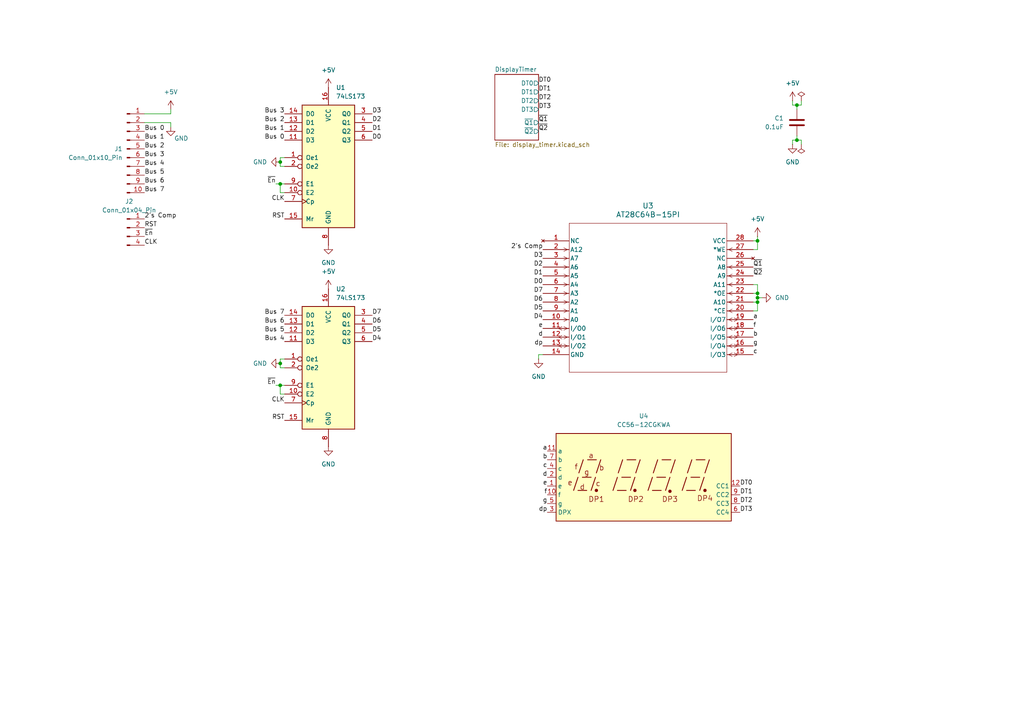
<source format=kicad_sch>
(kicad_sch (version 20231120) (generator "eeschema") (generator_version "8.0")
  (paper "A4")
  (lib_symbols
    (symbol "74xx:74LS173" (pin_names (offset 1.016))
      (property "Reference" "U" (at -7.62 19.05 0))
      (property "Value" "74LS173" (at -7.62 -19.05 0))
      (symbol "74LS173_1_0"
        (pin input inverted (at -12.7 2.54 0) (length 5.08) (name "Oe1") (number "1"))
        (pin input inverted (at -12.7 -7.62 0) (length 5.08) (name "E2") (number "10"))
        (pin input line (at -12.7 7.62 0) (length 5.08) (name "D3") (number "11"))
        (pin input line (at -12.7 10.16 0) (length 5.08) (name "D2") (number "12"))
        (pin input line (at -12.7 12.7 0) (length 5.08) (name "D1") (number "13"))
        (pin input line (at -12.7 15.24 0) (length 5.08) (name "D0") (number "14"))
        (pin input line (at -12.7 -15.24 0) (length 5.08) (name "Mr") (number "15"))
        (pin power_in line (at 0 22.86 270) (length 5.08) (name "VCC") (number "16"))
        (pin input inverted (at -12.7 0 0) (length 5.08) (name "Oe2") (number "2"))
        (pin tri_state line (at 12.7 15.24 180) (length 5.08) (name "Q0") (number "3"))
        (pin tri_state line (at 12.7 12.7 180) (length 5.08) (name "Q1") (number "4"))
        (pin tri_state line (at 12.7 10.16 180) (length 5.08) (name "Q2") (number "5"))
        (pin tri_state line (at 12.7 7.62 180) (length 5.08) (name "Q3") (number "6"))
        (pin input clock (at -12.7 -10.16 0) (length 5.08) (name "Cp") (number "7"))
        (pin power_in line (at 0 -22.86 90) (length 5.08) (name "GND") (number "8"))
        (pin input inverted (at -12.7 -5.08 0) (length 5.08) (name "E1") (number "9"))
      )
      (symbol "74LS173_1_1"
        (rectangle (start -7.62 17.78) (end 7.62 -17.78) (stroke (width 0.254)) (fill (type background)))
      )
    )
    (symbol "Connector:Conn_01x04_Pin" (pin_names (offset 1.016) hide)
      (property "Reference" "J" (at 0 5.08 0))
      (property "Value" "Conn_01x04_Pin" (at 0 -7.62 0))
      (symbol "Conn_01x04_Pin_1_1"
        (polyline (pts (xy 1.27 -5.08) (xy 0.8636 -5.08)) (stroke (width 0.1524)))
        (polyline (pts (xy 1.27 -2.54) (xy 0.8636 -2.54)) (stroke (width 0.1524)))
        (polyline (pts (xy 1.27 0) (xy 0.8636 0)) (stroke (width 0.1524)))
        (polyline (pts (xy 1.27 2.54) (xy 0.8636 2.54)) (stroke (width 0.1524)))
        (rectangle (start 0.8636 -4.953) (end 0 -5.207) (stroke (width 0.1524)) (fill (type outline)))
        (rectangle (start 0.8636 -2.413) (end 0 -2.667) (stroke (width 0.1524)) (fill (type outline)))
        (rectangle (start 0.8636 0.127) (end 0 -0.127) (stroke (width 0.1524)) (fill (type outline)))
        (rectangle (start 0.8636 2.667) (end 0 2.413) (stroke (width 0.1524)) (fill (type outline)))
        (pin passive line (at 5.08 2.54 180) (length 3.81) (name "Pin_1") (number "1"))
        (pin passive line (at 5.08 0 180) (length 3.81) (name "Pin_2") (number "2"))
        (pin passive line (at 5.08 -2.54 180) (length 3.81) (name "Pin_3") (number "3"))
        (pin passive line (at 5.08 -5.08 180) (length 3.81) (name "Pin_4") (number "4"))
      )
    )
    (symbol "Connector:Conn_01x10_Pin" (pin_names (offset 1.016) hide)
      (property "Reference" "J" (at 0 12.7 0))
      (property "Value" "Conn_01x10_Pin" (at 0 -15.24 0))
      (symbol "Conn_01x10_Pin_1_1"
        (polyline (pts (xy 1.27 -12.7) (xy 0.8636 -12.7)) (stroke (width 0.1524)))
        (polyline (pts (xy 1.27 -10.16) (xy 0.8636 -10.16)) (stroke (width 0.1524)))
        (polyline (pts (xy 1.27 -7.62) (xy 0.8636 -7.62)) (stroke (width 0.1524)))
        (polyline (pts (xy 1.27 -5.08) (xy 0.8636 -5.08)) (stroke (width 0.1524)))
        (polyline (pts (xy 1.27 -2.54) (xy 0.8636 -2.54)) (stroke (width 0.1524)))
        (polyline (pts (xy 1.27 0) (xy 0.8636 0)) (stroke (width 0.1524)))
        (polyline (pts (xy 1.27 2.54) (xy 0.8636 2.54)) (stroke (width 0.1524)))
        (polyline (pts (xy 1.27 5.08) (xy 0.8636 5.08)) (stroke (width 0.1524)))
        (polyline (pts (xy 1.27 7.62) (xy 0.8636 7.62)) (stroke (width 0.1524)))
        (polyline (pts (xy 1.27 10.16) (xy 0.8636 10.16)) (stroke (width 0.1524)))
        (rectangle (start 0.8636 -12.573) (end 0 -12.827) (stroke (width 0.1524)) (fill (type outline)))
        (rectangle (start 0.8636 -10.033) (end 0 -10.287) (stroke (width 0.1524)) (fill (type outline)))
        (rectangle (start 0.8636 -7.493) (end 0 -7.747) (stroke (width 0.1524)) (fill (type outline)))
        (rectangle (start 0.8636 -4.953) (end 0 -5.207) (stroke (width 0.1524)) (fill (type outline)))
        (rectangle (start 0.8636 -2.413) (end 0 -2.667) (stroke (width 0.1524)) (fill (type outline)))
        (rectangle (start 0.8636 0.127) (end 0 -0.127) (stroke (width 0.1524)) (fill (type outline)))
        (rectangle (start 0.8636 2.667) (end 0 2.413) (stroke (width 0.1524)) (fill (type outline)))
        (rectangle (start 0.8636 5.207) (end 0 4.953) (stroke (width 0.1524)) (fill (type outline)))
        (rectangle (start 0.8636 7.747) (end 0 7.493) (stroke (width 0.1524)) (fill (type outline)))
        (rectangle (start 0.8636 10.287) (end 0 10.033) (stroke (width 0.1524)) (fill (type outline)))
        (pin passive line (at 5.08 10.16 180) (length 3.81) (name "Pin_1") (number "1"))
        (pin passive line (at 5.08 -12.7 180) (length 3.81) (name "Pin_10") (number "10"))
        (pin passive line (at 5.08 7.62 180) (length 3.81) (name "Pin_2") (number "2"))
        (pin passive line (at 5.08 5.08 180) (length 3.81) (name "Pin_3") (number "3"))
        (pin passive line (at 5.08 2.54 180) (length 3.81) (name "Pin_4") (number "4"))
        (pin passive line (at 5.08 0 180) (length 3.81) (name "Pin_5") (number "5"))
        (pin passive line (at 5.08 -2.54 180) (length 3.81) (name "Pin_6") (number "6"))
        (pin passive line (at 5.08 -5.08 180) (length 3.81) (name "Pin_7") (number "7"))
        (pin passive line (at 5.08 -7.62 180) (length 3.81) (name "Pin_8") (number "8"))
        (pin passive line (at 5.08 -10.16 180) (length 3.81) (name "Pin_9") (number "9"))
      )
    )
    (symbol "Device:C" (pin_numbers hide) (pin_names (offset 0.254))
      (property "Reference" "C" (at 0.635 2.54 0))
      (property "Value" "C" (at 0.635 -2.54 0))
      (symbol "C_0_1"
        (polyline (pts (xy -2.032 -0.762) (xy 2.032 -0.762)) (stroke (width 0.508)))
        (polyline (pts (xy -2.032 0.762) (xy 2.032 0.762)) (stroke (width 0.508)))
      )
      (symbol "C_1_1"
        (pin passive line (at 0 3.81 270) (length 2.794) (name "~") (number "1"))
        (pin passive line (at 0 -3.81 90) (length 2.794) (name "~") (number "2"))
      )
    )
    (symbol "Display_Character:CC56-12CGKWA"
      (property "Reference" "U" (at -24.13 13.97 0))
      (property "Value" "CC56-12CGKWA" (at 17.78 13.97 0))
      (symbol "CC56-12CGKWA_0_0"
        (rectangle (start -25.4 12.7) (end 25.4 -12.7) (stroke (width 0.254)) (fill (type background)))
        (polyline (pts (xy -20.32 -3.81) (xy -19.05 0)) (stroke (width 0.254)))
        (polyline (pts (xy -19.05 -3.81) (xy -16.51 -3.81)) (stroke (width 0.254)))
        (polyline (pts (xy -18.796 1.27) (xy -17.526 5.08)) (stroke (width 0.254)))
        (polyline (pts (xy -17.78 0) (xy -15.24 0)) (stroke (width 0.254)))
        (polyline (pts (xy -16.256 5.08) (xy -13.716 5.08)) (stroke (width 0.254)))
        (polyline (pts (xy -15.24 -3.81) (xy -13.97 0)) (stroke (width 0.254)))
        (polyline (pts (xy -13.716 1.27) (xy -12.446 5.08)) (stroke (width 0.254)))
        (polyline (pts (xy -8.89 -3.81) (xy -7.62 0)) (stroke (width 0.254)))
        (polyline (pts (xy -7.62 -3.81) (xy -5.08 -3.81)) (stroke (width 0.254)))
        (polyline (pts (xy -7.366 1.27) (xy -6.096 5.08)) (stroke (width 0.254)))
        (polyline (pts (xy -6.35 0) (xy -3.81 0)) (stroke (width 0.254)))
        (polyline (pts (xy -4.826 5.08) (xy -2.286 5.08)) (stroke (width 0.254)))
        (polyline (pts (xy -3.81 -3.81) (xy -2.54 0)) (stroke (width 0.254)))
        (polyline (pts (xy -2.286 1.27) (xy -1.016 5.08)) (stroke (width 0.254)))
        (polyline (pts (xy 1.27 -3.81) (xy 2.54 0)) (stroke (width 0.254)))
        (polyline (pts (xy 2.54 -3.81) (xy 5.08 -3.81)) (stroke (width 0.254)))
        (polyline (pts (xy 2.794 1.27) (xy 4.064 5.08)) (stroke (width 0.254)))
        (polyline (pts (xy 3.81 0) (xy 6.35 0)) (stroke (width 0.254)))
        (polyline (pts (xy 5.334 5.08) (xy 7.874 5.08)) (stroke (width 0.254)))
        (polyline (pts (xy 6.35 -3.81) (xy 7.62 0)) (stroke (width 0.254)))
        (polyline (pts (xy 7.874 1.27) (xy 9.144 5.08)) (stroke (width 0.254)))
        (polyline (pts (xy 11.176 -3.81) (xy 12.446 0)) (stroke (width 0.254)))
        (polyline (pts (xy 12.446 -3.81) (xy 14.986 -3.81)) (stroke (width 0.254)))
        (polyline (pts (xy 12.7 1.27) (xy 13.97 5.08)) (stroke (width 0.254)))
        (polyline (pts (xy 13.716 0) (xy 16.256 0)) (stroke (width 0.254)))
        (polyline (pts (xy 15.24 5.08) (xy 17.78 5.08)) (stroke (width 0.254)))
        (polyline (pts (xy 16.256 -3.81) (xy 17.526 0)) (stroke (width 0.254)))
        (polyline (pts (xy 17.78 1.27) (xy 19.05 5.08)) (stroke (width 0.254)))
        (text "a" (at -15.24 6.35 0) (effects (font (size 1.524 1.524))))
        (text "b" (at -12.192 2.794 0) (effects (font (size 1.524 1.524))))
        (text "c" (at -13.208 -1.778 0) (effects (font (size 1.524 1.524))))
        (text "d" (at -17.78 -2.794 0) (effects (font (size 1.524 1.524))))
        (text "DP1" (at -13.716 -6.35 0) (effects (font (size 1.524 1.524))))
        (text "DP2" (at -2.286 -6.35 0) (effects (font (size 1.524 1.524))))
        (text "DP3" (at 7.62 -6.35 0) (effects (font (size 1.524 1.524))))
        (text "DP4" (at 17.78 -6.096 0) (effects (font (size 1.524 1.524))))
        (text "e" (at -21.336 -1.524 0) (effects (font (size 1.524 1.524))))
        (text "f" (at -19.558 3.048 0) (effects (font (size 1.524 1.524))))
        (text "g" (at -16.51 1.524 0) (effects (font (size 1.524 1.524))))
      )
      (symbol "CC56-12CGKWA_0_1"
        (circle (center -13.716 -3.81) (radius 0.3556) (stroke (width 0.254)) (fill (type outline)))
        (circle (center -2.54 -3.81) (radius 0.3556) (stroke (width 0.254)) (fill (type outline)))
      )
      (symbol "CC56-12CGKWA_1_0"
        (circle (center 7.62 -4.064) (radius 0.3556) (stroke (width 0.254)) (fill (type outline)))
        (circle (center 17.78 -3.81) (radius 0.3556) (stroke (width 0.254)) (fill (type outline)))
      )
      (symbol "CC56-12CGKWA_1_1"
        (pin input line (at -27.94 -2.54 0) (length 2.54) (name "e") (number "1"))
        (pin input line (at -27.94 -5.08 0) (length 2.54) (name "f") (number "10"))
        (pin input line (at -27.94 7.62 0) (length 2.54) (name "a") (number "11"))
        (pin input line (at 27.94 -2.54 180) (length 2.54) (name "CC1") (number "12"))
        (pin input line (at -27.94 0 0) (length 2.54) (name "d") (number "2"))
        (pin input line (at -27.94 -10.16 0) (length 2.54) (name "DPX") (number "3"))
        (pin input line (at -27.94 2.54 0) (length 2.54) (name "c") (number "4"))
        (pin input line (at -27.94 -7.62 0) (length 2.54) (name "g") (number "5"))
        (pin input line (at 27.94 -10.16 180) (length 2.54) (name "CC4") (number "6"))
        (pin input line (at -27.94 5.08 0) (length 2.54) (name "b") (number "7"))
        (pin input line (at 27.94 -7.62 180) (length 2.54) (name "CC3") (number "8"))
        (pin input line (at 27.94 -5.08 180) (length 2.54) (name "CC2") (number "9"))
      )
    )
    (symbol "eeprom:AT28C64B-15PI" (pin_names (offset 0.254))
      (property "Reference" "U" (at 30.48 10.16 0))
      (property "Value" "AT28C64B-15PI" (at 30.48 7.62 0))
      (symbol "AT28C64B-15PI_0_1"
        (polyline (pts (xy 5.5372 -31.0007) (xy 4.4958 -30.48)) (stroke (width 0.127)))
        (polyline (pts (xy 5.5372 -29.9593) (xy 4.4958 -30.48)) (stroke (width 0.127)))
        (polyline (pts (xy 5.5372 -28.4607) (xy 4.4958 -27.94)) (stroke (width 0.127)))
        (polyline (pts (xy 5.5372 -27.4193) (xy 4.4958 -27.94)) (stroke (width 0.127)))
        (polyline (pts (xy 5.5372 -25.9207) (xy 4.4958 -25.4)) (stroke (width 0.127)))
        (polyline (pts (xy 5.5372 -24.8793) (xy 4.4958 -25.4)) (stroke (width 0.127)))
        (polyline (pts (xy 7.0993 -30.48) (xy 6.0579 -31.0007)) (stroke (width 0.127)))
        (polyline (pts (xy 7.0993 -30.48) (xy 6.0579 -29.9593)) (stroke (width 0.127)))
        (polyline (pts (xy 7.0993 -27.94) (xy 6.0579 -28.4607)) (stroke (width 0.127)))
        (polyline (pts (xy 7.0993 -27.94) (xy 6.0579 -27.4193)) (stroke (width 0.127)))
        (polyline (pts (xy 7.0993 -25.4) (xy 6.0579 -25.9207)) (stroke (width 0.127)))
        (polyline (pts (xy 7.0993 -25.4) (xy 6.0579 -24.8793)) (stroke (width 0.127)))
        (polyline (pts (xy 7.0993 -22.86) (xy 6.0579 -23.3807)) (stroke (width 0.127)))
        (polyline (pts (xy 7.0993 -22.86) (xy 6.0579 -22.3393)) (stroke (width 0.127)))
        (polyline (pts (xy 7.0993 -20.32) (xy 6.0579 -20.8407)) (stroke (width 0.127)))
        (polyline (pts (xy 7.0993 -20.32) (xy 6.0579 -19.7993)) (stroke (width 0.127)))
        (polyline (pts (xy 7.0993 -17.78) (xy 6.0579 -18.3007)) (stroke (width 0.127)))
        (polyline (pts (xy 7.0993 -17.78) (xy 6.0579 -17.2593)) (stroke (width 0.127)))
        (polyline (pts (xy 7.0993 -15.24) (xy 6.0579 -15.7607)) (stroke (width 0.127)))
        (polyline (pts (xy 7.0993 -15.24) (xy 6.0579 -14.7193)) (stroke (width 0.127)))
        (polyline (pts (xy 7.0993 -12.7) (xy 6.0579 -13.2207)) (stroke (width 0.127)))
        (polyline (pts (xy 7.0993 -12.7) (xy 6.0579 -12.1793)) (stroke (width 0.127)))
        (polyline (pts (xy 7.0993 -10.16) (xy 6.0579 -10.6807)) (stroke (width 0.127)))
        (polyline (pts (xy 7.0993 -10.16) (xy 6.0579 -9.6393)) (stroke (width 0.127)))
        (polyline (pts (xy 7.0993 -7.62) (xy 6.0579 -8.1407)) (stroke (width 0.127)))
        (polyline (pts (xy 7.0993 -7.62) (xy 6.0579 -7.0993)) (stroke (width 0.127)))
        (polyline (pts (xy 7.0993 -5.08) (xy 6.0579 -5.6007)) (stroke (width 0.127)))
        (polyline (pts (xy 7.0993 -5.08) (xy 6.0579 -4.5593)) (stroke (width 0.127)))
        (polyline (pts (xy 7.0993 -2.54) (xy 6.0579 -3.0607)) (stroke (width 0.127)))
        (polyline (pts (xy 7.0993 -2.54) (xy 6.0579 -2.0193)) (stroke (width 0.127)))
        (polyline (pts (xy 7.62 -38.1) (xy 53.34 -38.1)) (stroke (width 0.127)))
        (polyline (pts (xy 7.62 5.08) (xy 7.62 -38.1)) (stroke (width 0.127)))
        (polyline (pts (xy 53.34 -38.1) (xy 53.34 5.08)) (stroke (width 0.127)))
        (polyline (pts (xy 53.34 5.08) (xy 7.62 5.08)) (stroke (width 0.127)))
        (polyline (pts (xy 53.8607 -33.02) (xy 54.9021 -33.5407)) (stroke (width 0.127)))
        (polyline (pts (xy 53.8607 -33.02) (xy 54.9021 -32.4993)) (stroke (width 0.127)))
        (polyline (pts (xy 53.8607 -30.48) (xy 54.9021 -31.0007)) (stroke (width 0.127)))
        (polyline (pts (xy 53.8607 -30.48) (xy 54.9021 -29.9593)) (stroke (width 0.127)))
        (polyline (pts (xy 53.8607 -27.94) (xy 54.9021 -28.4607)) (stroke (width 0.127)))
        (polyline (pts (xy 53.8607 -27.94) (xy 54.9021 -27.4193)) (stroke (width 0.127)))
        (polyline (pts (xy 53.8607 -25.4) (xy 54.9021 -25.9207)) (stroke (width 0.127)))
        (polyline (pts (xy 53.8607 -25.4) (xy 54.9021 -24.8793)) (stroke (width 0.127)))
        (polyline (pts (xy 53.8607 -22.86) (xy 54.9021 -23.3807)) (stroke (width 0.127)))
        (polyline (pts (xy 53.8607 -22.86) (xy 54.9021 -22.3393)) (stroke (width 0.127)))
        (polyline (pts (xy 53.8607 -20.32) (xy 54.9021 -20.8407)) (stroke (width 0.127)))
        (polyline (pts (xy 53.8607 -20.32) (xy 54.9021 -19.7993)) (stroke (width 0.127)))
        (polyline (pts (xy 53.8607 -17.78) (xy 54.9021 -18.3007)) (stroke (width 0.127)))
        (polyline (pts (xy 53.8607 -17.78) (xy 54.9021 -17.2593)) (stroke (width 0.127)))
        (polyline (pts (xy 53.8607 -15.24) (xy 54.9021 -15.7607)) (stroke (width 0.127)))
        (polyline (pts (xy 53.8607 -15.24) (xy 54.9021 -14.7193)) (stroke (width 0.127)))
        (polyline (pts (xy 53.8607 -12.7) (xy 54.9021 -13.2207)) (stroke (width 0.127)))
        (polyline (pts (xy 53.8607 -12.7) (xy 54.9021 -12.1793)) (stroke (width 0.127)))
        (polyline (pts (xy 53.8607 -10.16) (xy 54.9021 -10.6807)) (stroke (width 0.127)))
        (polyline (pts (xy 53.8607 -10.16) (xy 54.9021 -9.6393)) (stroke (width 0.127)))
        (polyline (pts (xy 53.8607 -7.62) (xy 54.9021 -8.1407)) (stroke (width 0.127)))
        (polyline (pts (xy 53.8607 -7.62) (xy 54.9021 -7.0993)) (stroke (width 0.127)))
        (polyline (pts (xy 53.8607 -2.54) (xy 54.9021 -3.0607)) (stroke (width 0.127)))
        (polyline (pts (xy 53.8607 -2.54) (xy 54.9021 -2.0193)) (stroke (width 0.127)))
        (polyline (pts (xy 55.4228 -33.5407) (xy 56.4642 -33.02)) (stroke (width 0.127)))
        (polyline (pts (xy 55.4228 -32.4993) (xy 56.4642 -33.02)) (stroke (width 0.127)))
        (polyline (pts (xy 55.4228 -31.0007) (xy 56.4642 -30.48)) (stroke (width 0.127)))
        (polyline (pts (xy 55.4228 -29.9593) (xy 56.4642 -30.48)) (stroke (width 0.127)))
        (polyline (pts (xy 55.4228 -28.4607) (xy 56.4642 -27.94)) (stroke (width 0.127)))
        (polyline (pts (xy 55.4228 -27.4193) (xy 56.4642 -27.94)) (stroke (width 0.127)))
        (polyline (pts (xy 55.4228 -25.9207) (xy 56.4642 -25.4)) (stroke (width 0.127)))
        (polyline (pts (xy 55.4228 -24.8793) (xy 56.4642 -25.4)) (stroke (width 0.127)))
        (polyline (pts (xy 55.4228 -23.3807) (xy 56.4642 -22.86)) (stroke (width 0.127)))
        (polyline (pts (xy 55.4228 -22.3393) (xy 56.4642 -22.86)) (stroke (width 0.127)))
        (pin no_connect line (at 0 0 0) (length 7.62) (name "NC") (number "1"))
        (pin input line (at 0 -22.86 0) (length 7.62) (name "A0") (number "10"))
        (pin bidirectional line (at 0 -25.4 0) (length 7.62) (name "I/O0") (number "11"))
        (pin bidirectional line (at 0 -27.94 0) (length 7.62) (name "I/O1") (number "12"))
        (pin bidirectional line (at 0 -30.48 0) (length 7.62) (name "I/O2") (number "13"))
        (pin power_in line (at 0 -33.02 0) (length 7.62) (name "GND") (number "14"))
        (pin bidirectional line (at 60.96 -33.02 180) (length 7.62) (name "I/O3") (number "15"))
        (pin bidirectional line (at 60.96 -30.48 180) (length 7.62) (name "I/O4") (number "16"))
        (pin bidirectional line (at 60.96 -27.94 180) (length 7.62) (name "I/O5") (number "17"))
        (pin bidirectional line (at 60.96 -25.4 180) (length 7.62) (name "I/O6") (number "18"))
        (pin bidirectional line (at 60.96 -22.86 180) (length 7.62) (name "I/O7") (number "19"))
        (pin input line (at 0 -2.54 0) (length 7.62) (name "A12") (number "2"))
        (pin input line (at 60.96 -20.32 180) (length 7.62) (name "*CE") (number "20"))
        (pin input line (at 60.96 -17.78 180) (length 7.62) (name "A10") (number "21"))
        (pin input line (at 60.96 -15.24 180) (length 7.62) (name "*OE") (number "22"))
        (pin input line (at 60.96 -12.7 180) (length 7.62) (name "A11") (number "23"))
        (pin input line (at 60.96 -10.16 180) (length 7.62) (name "A9") (number "24"))
        (pin input line (at 60.96 -7.62 180) (length 7.62) (name "A8") (number "25"))
        (pin no_connect line (at 60.96 -5.08 180) (length 7.62) (name "NC") (number "26"))
        (pin input line (at 60.96 -2.54 180) (length 7.62) (name "*WE") (number "27"))
        (pin power_in line (at 60.96 0 180) (length 7.62) (name "VCC") (number "28"))
        (pin input line (at 0 -5.08 0) (length 7.62) (name "A7") (number "3"))
        (pin input line (at 0 -7.62 0) (length 7.62) (name "A6") (number "4"))
        (pin input line (at 0 -10.16 0) (length 7.62) (name "A5") (number "5"))
        (pin input line (at 0 -12.7 0) (length 7.62) (name "A4") (number "6"))
        (pin input line (at 0 -15.24 0) (length 7.62) (name "A3") (number "7"))
        (pin input line (at 0 -17.78 0) (length 7.62) (name "A2") (number "8"))
        (pin input line (at 0 -20.32 0) (length 7.62) (name "A1") (number "9"))
      )
    )
    (symbol "power:+5V" (power) (pin_numbers hide) (pin_names (offset 0) hide)
      (property "Value" "+5V" (at 0 3.556 0))
      (symbol "+5V_0_1"
        (polyline (pts (xy -0.762 1.27) (xy 0 2.54)))
        (polyline (pts (xy 0 0) (xy 0 2.54)))
        (polyline (pts (xy 0 2.54) (xy 0.762 1.27)))
      )
      (symbol "+5V_1_1"
        (pin power_in line (at 0 0 90) (length 0) (name "~") (number "1"))
      )
    )
    (symbol "power:GND" (power) (pin_numbers hide) (pin_names (offset 0) hide)
      (property "Value" "GND" (at 0 -3.81 0))
      (symbol "GND_0_1"
        (polyline (pts (xy 0 0) (xy 0 -1.27) (xy 1.27 -1.27) (xy 0 -2.54) (xy -1.27 -1.27) (xy 0 -1.27)))
      )
      (symbol "GND_1_1"
        (pin power_in line (at 0 0 270) (length 0) (name "~") (number "1"))
      )
    )
    (symbol "power:PWR_FLAG" (power) (pin_numbers hide) (pin_names (offset 0) hide)
      (property "Value" "PWR_FLAG" (at 0 3.81 0))
      (symbol "PWR_FLAG_0_0"
        (pin power_out line (at 0 0 90) (length 0) (name "~") (number "1"))
      )
      (symbol "PWR_FLAG_0_1"
        (polyline (pts (xy 0 0) (xy 0 1.27) (xy -1.016 1.905) (xy 0 2.54) (xy 1.016 1.905) (xy 0 1.27)))
      )
    )
  )
  (junction (at 219.71 86.36))
  (junction (at 81.28 46.99))
  (junction (at 231.14 30.48))
  (junction (at 81.28 111.76))
  (junction (at 219.71 85.09))
  (junction (at 81.28 53.34))
  (junction (at 81.28 105.41))
  (junction (at 231.14 40.64))
  (junction (at 219.71 87.63))
  (junction (at 219.71 69.85))
  (wire (pts (xy 156.21 102.87) (xy 156.21 104.14)))
  (wire (pts (xy 218.44 90.17) (xy 219.71 90.17)))
  (wire (pts (xy 81.28 48.26) (xy 81.28 46.99)))
  (wire (pts (xy 82.55 48.26) (xy 81.28 48.26)))
  (wire (pts (xy 82.55 104.14) (xy 81.28 104.14)))
  (wire (pts (xy 219.71 85.09) (xy 219.71 86.36)))
  (wire (pts (xy 231.14 40.64) (xy 232.41 40.64)))
  (wire (pts (xy 41.91 33.02) (xy 49.53 33.02)))
  (wire (pts (xy 231.14 40.64) (xy 229.87 40.64)))
  (wire (pts (xy 82.55 55.88) (xy 81.28 55.88)))
  (wire (pts (xy 82.55 106.68) (xy 81.28 106.68)))
  (wire (pts (xy 81.28 111.76) (xy 82.55 111.76)))
  (wire (pts (xy 82.55 45.72) (xy 81.28 45.72)))
  (wire (pts (xy 81.28 111.76) (xy 81.28 114.3)))
  (wire (pts (xy 219.71 69.85) (xy 219.71 72.39)))
  (wire (pts (xy 49.53 33.02) (xy 49.53 31.75)))
  (wire (pts (xy 218.44 85.09) (xy 219.71 85.09)))
  (wire (pts (xy 232.41 29.21) (xy 232.41 30.48)))
  (wire (pts (xy 219.71 72.39) (xy 218.44 72.39)))
  (wire (pts (xy 49.53 36.83) (xy 49.53 35.56)))
  (wire (pts (xy 229.87 29.21) (xy 229.87 30.48)))
  (wire (pts (xy 219.71 82.55) (xy 219.71 85.09)))
  (wire (pts (xy 220.98 86.36) (xy 219.71 86.36)))
  (wire (pts (xy 81.28 53.34) (xy 81.28 55.88)))
  (wire (pts (xy 81.28 104.14) (xy 81.28 105.41)))
  (wire (pts (xy 232.41 40.64) (xy 232.41 41.91)))
  (wire (pts (xy 231.14 39.37) (xy 231.14 40.64)))
  (wire (pts (xy 81.28 106.68) (xy 81.28 105.41)))
  (wire (pts (xy 219.71 90.17) (xy 219.71 87.63)))
  (wire (pts (xy 219.71 87.63) (xy 219.71 86.36)))
  (wire (pts (xy 81.28 45.72) (xy 81.28 46.99)))
  (wire (pts (xy 218.44 87.63) (xy 219.71 87.63)))
  (wire (pts (xy 218.44 69.85) (xy 219.71 69.85)))
  (wire (pts (xy 219.71 68.58) (xy 219.71 69.85)))
  (wire (pts (xy 229.87 41.91) (xy 229.87 40.64)))
  (wire (pts (xy 229.87 30.48) (xy 231.14 30.48)))
  (wire (pts (xy 231.14 31.75) (xy 231.14 30.48)))
  (wire (pts (xy 80.01 53.34) (xy 81.28 53.34)))
  (wire (pts (xy 231.14 30.48) (xy 232.41 30.48)))
  (wire (pts (xy 81.28 53.34) (xy 82.55 53.34)))
  (wire (pts (xy 49.53 35.56) (xy 41.91 35.56)))
  (wire (pts (xy 218.44 82.55) (xy 219.71 82.55)))
  (wire (pts (xy 82.55 114.3) (xy 81.28 114.3)))
  (wire (pts (xy 157.48 102.87) (xy 156.21 102.87)))
  (wire (pts (xy 80.01 111.76) (xy 81.28 111.76)))
  (label "Bus 6" (at 41.91 53.34 0))
  (label "D1" (at 107.95 38.1 0))
  (label "D5" (at 157.48 90.17 180))
  (label "dp" (at 157.48 100.33 180))
  (label "~{Q1}" (at 156.21 35.56 0))
  (label "e" (at 157.48 95.25 180))
  (label "~{Q1}" (at 218.44 77.47 0))
  (label "D6" (at 107.95 93.98 0))
  (label "DT1" (at 214.63 143.51 0))
  (label "CLK" (at 41.91 71.12 0))
  (label "~{Q2}" (at 218.44 80.01 0))
  (label "d" (at 158.75 138.43 180))
  (label "D4" (at 107.95 99.06 0))
  (label "d" (at 157.48 97.79 180))
  (label "D3" (at 107.95 33.02 0))
  (label "f" (at 218.44 95.25 0))
  (label "~{En}" (at 80.01 111.76 180))
  (label "D2" (at 157.48 77.47 180))
  (label "~{En}" (at 80.01 53.34 180))
  (label "DT1" (at 156.21 26.67 0))
  (label "dp" (at 158.75 148.59 180))
  (label "Bus 5" (at 82.55 96.52 180))
  (label "RST" (at 82.55 63.5 180))
  (label "RST" (at 41.91 66.04 0))
  (label "D2" (at 107.95 35.56 0))
  (label "D4" (at 157.48 92.71 180))
  (label "a" (at 158.75 130.81 180))
  (label "DT2" (at 156.21 29.21 0))
  (label "c" (at 218.44 102.87 0))
  (label "b" (at 218.44 97.79 0))
  (label "D6" (at 157.48 87.63 180))
  (label "DT3" (at 214.63 148.59 0))
  (label "DT0" (at 156.21 24.13 0))
  (label "f" (at 158.75 143.51 180))
  (label "2's Comp" (at 41.91 63.5 0))
  (label "Bus 5" (at 41.91 50.8 0))
  (label "Bus 3" (at 41.91 45.72 0))
  (label "Bus 0" (at 41.91 38.1 0))
  (label "Bus 7" (at 82.55 91.44 180))
  (label "CLK" (at 82.55 116.84 180))
  (label "~{En}" (at 41.91 68.58 0))
  (label "D1" (at 157.48 80.01 180))
  (label "D7" (at 107.95 91.44 0))
  (label "D3" (at 157.48 74.93 180))
  (label "CLK" (at 82.55 58.42 180))
  (label "Bus 4" (at 41.91 48.26 0))
  (label "Bus 2" (at 82.55 35.56 180))
  (label "b" (at 158.75 133.35 180))
  (label "Bus 3" (at 82.55 33.02 180))
  (label "2's Comp" (at 157.48 72.39 180))
  (label "DT3" (at 156.21 31.75 0))
  (label "Bus 1" (at 82.55 38.1 180))
  (label "Bus 6" (at 82.55 93.98 180))
  (label "c" (at 158.75 135.89 180))
  (label "D5" (at 107.95 96.52 0))
  (label "g" (at 158.75 146.05 180))
  (label "Bus 1" (at 41.91 40.64 0))
  (label "Bus 2" (at 41.91 43.18 0))
  (label "~{Q2}" (at 156.21 38.1 0))
  (label "D0" (at 157.48 82.55 180))
  (label "DT0" (at 214.63 140.97 0))
  (label "D7" (at 157.48 85.09 180))
  (label "a" (at 218.44 92.71 0))
  (label "e" (at 158.75 140.97 180))
  (label "Bus 7" (at 41.91 55.88 0))
  (label "Bus 4" (at 82.55 99.06 180))
  (label "RST" (at 82.55 121.92 180))
  (label "g" (at 218.44 100.33 0))
  (label "D0" (at 107.95 40.64 0))
  (label "Bus 0" (at 82.55 40.64 180))
  (label "DT2" (at 214.63 146.05 0))
  (symbol (lib_id "power:PWR_FLAG") (at 232.41 41.91 180) (unit 1)
    (property "Reference" "#FLG02" (effects (hide yes)))
    (property "Value" "PWR_FLAG" (effects (hide yes)))
    (property "Description" "Special symbol for telling ERC where power comes from" (effects (hide yes)))
  )
  (symbol (lib_id "power:+5V") (at 95.25 83.82 0) (unit 1)
    (property "Reference" "#PWR07" (effects (hide yes)))
    (property "Value" "+5V" (at 95.25 78.74 0))
    (property "Description" "Power symbol creates a global label with name \"+5V\"" (effects (hide yes)))
  )
  (symbol (lib_id "74xx:74LS173") (at 95.25 106.68 0) (unit 1)
    (property "Reference" "U2" (at 97.4441 83.82 0) (effects (justify left)))
    (property "Value" "74LS173" (at 97.4441 86.36 0) (effects (justify left)))
    (property "Footprint" "Package_DIP:DIP-16_W7.62mm" (effects (hide yes)))
    (property "Datasheet" "http://www.ti.com/lit/gpn/sn74LS173" (effects (hide yes)))
    (property "Description" "4-bit D-type Register, 3 state out" (effects (hide yes)))
  )
  (symbol (lib_id "power:GND") (at 81.28 46.99 270) (unit 1)
    (property "Reference" "#PWR03" (effects (hide yes)))
    (property "Value" "GND" (at 77.47 46.9899 90) (effects (justify right)))
    (property "Description" "Power symbol creates a global label with name \"GND\" , ground" (effects (hide yes)))
  )
  (symbol (lib_id "74xx:74LS173") (at 95.25 48.26 0) (unit 1)
    (property "Reference" "U1" (at 97.4441 25.4 0) (effects (justify left)))
    (property "Value" "74LS173" (at 97.4441 27.94 0) (effects (justify left)))
    (property "Footprint" "Package_DIP:DIP-16_W7.62mm" (effects (hide yes)))
    (property "Datasheet" "http://www.ti.com/lit/gpn/sn74LS173" (effects (hide yes)))
    (property "Description" "4-bit D-type Register, 3 state out" (effects (hide yes)))
  )
  (symbol (lib_id "power:+5V") (at 219.71 68.58 0) (unit 1)
    (property "Reference" "#PWR010" (effects (hide yes)))
    (property "Value" "+5V" (at 219.71 63.5 0))
    (property "Description" "Power symbol creates a global label with name \"+5V\"" (effects (hide yes)))
  )
  (symbol (lib_id "Connector:Conn_01x04_Pin") (at 36.83 66.04 0) (unit 1)
    (property "Reference" "J2" (at 37.465 58.42 0))
    (property "Value" "Conn_01x04_Pin" (at 37.465 60.96 0))
    (property "Footprint" "Connector_PinHeader_2.54mm:PinHeader_1x04_P2.54mm_Vertical" (effects (hide yes)))
    (property "Description" "Generic connector, single row, 01x04, script generated" (effects (hide yes)))
  )
  (symbol (lib_id "power:GND") (at 95.25 71.12 0) (unit 1)
    (property "Reference" "#PWR06" (effects (hide yes)))
    (property "Value" "GND" (at 95.25 76.2 0))
    (property "Description" "Power symbol creates a global label with name \"GND\" , ground" (effects (hide yes)))
  )
  (symbol (lib_id "power:+5V") (at 229.87 29.21 0) (unit 1)
    (property "Reference" "#PWR012" (effects (hide yes)))
    (property "Value" "+5V" (at 229.87 24.13 0))
    (property "Description" "Power symbol creates a global label with name \"+5V\"" (effects (hide yes)))
  )
  (symbol (lib_id "power:+5V") (at 49.53 31.75 0) (mirror y) (unit 1)
    (property "Reference" "#PWR01" (effects (hide yes)))
    (property "Value" "+5V" (at 49.53 26.67 0))
    (property "Description" "Power symbol creates a global label with name \"+5V\"" (effects (hide yes)))
  )
  (symbol (lib_id "power:GND") (at 229.87 41.91 0) (unit 1)
    (property "Reference" "#PWR013" (effects (hide yes)))
    (property "Value" "GND" (at 229.87 46.99 0))
    (property "Description" "Power symbol creates a global label with name \"GND\" , ground" (effects (hide yes)))
  )
  (symbol (lib_id "power:GND") (at 95.25 129.54 0) (unit 1)
    (property "Reference" "#PWR08" (effects (hide yes)))
    (property "Value" "GND" (at 95.25 134.62 0))
    (property "Description" "Power symbol creates a global label with name \"GND\" , ground" (effects (hide yes)))
  )
  (symbol (lib_id "eeprom:AT28C64B-15PI") (at 157.48 69.85 0) (unit 1)
    (property "Reference" "U3" (at 187.96 59.69 0) (effects (font (size 1.524 1.524))))
    (property "Value" "AT28C64B-15PI" (at 187.96 62.23 0) (effects (font (size 1.524 1.524))))
    (property "Footprint" "_DownloadFootprints:eeprom" (effects (hide yes)))
    (property "Datasheet" "AT28C64B-15PI" (effects (hide yes)))
  )
  (symbol (lib_id "power:GND") (at 49.53 36.83 0) (mirror y) (unit 1)
    (property "Reference" "#PWR02" (effects (hide yes)))
    (property "Value" "GND" (at 52.578 40.132 0))
    (property "Description" "Power symbol creates a global label with name \"GND\" , ground" (effects (hide yes)))
  )
  (symbol (lib_id "Device:C") (at 231.14 35.56 0) (mirror y) (unit 1)
    (property "Reference" "C1" (at 227.33 34.2899 0) (effects (justify left)))
    (property "Value" "0.1uF" (at 227.33 36.8299 0) (effects (justify left)))
    (property "Footprint" "Capacitor_THT:C_Disc_D5.0mm_W2.5mm_P2.50mm" (effects (hide yes)))
    (property "Description" "Unpolarized capacitor" (effects (hide yes)))
  )
  (symbol (lib_id "power:GND") (at 156.21 104.14 0) (unit 1)
    (property "Reference" "#PWR09" (effects (hide yes)))
    (property "Value" "GND" (at 156.21 109.22 0))
    (property "Description" "Power symbol creates a global label with name \"GND\" , ground" (effects (hide yes)))
  )
  (symbol (lib_id "power:+5V") (at 95.25 25.4 0) (unit 1)
    (property "Reference" "#PWR05" (effects (hide yes)))
    (property "Value" "+5V" (at 95.25 20.32 0))
    (property "Description" "Power symbol creates a global label with name \"+5V\"" (effects (hide yes)))
  )
  (symbol (lib_id "power:GND") (at 220.98 86.36 90) (unit 1)
    (property "Reference" "#PWR011" (effects (hide yes)))
    (property "Value" "GND" (at 224.79 86.3599 90) (effects (justify right)))
    (property "Description" "Power symbol creates a global label with name \"GND\" , ground" (effects (hide yes)))
  )
  (symbol (lib_id "power:PWR_FLAG") (at 232.41 29.21 0) (unit 1)
    (property "Reference" "#FLG01" (effects (hide yes)))
    (property "Value" "PWR_FLAG" (effects (hide yes)))
    (property "Description" "Special symbol for telling ERC where power comes from" (effects (hide yes)))
  )
  (symbol (lib_id "Connector:Conn_01x10_Pin") (at 36.83 43.18 0) (unit 1)
    (property "Reference" "J1" (at 35.56 43.1799 0) (effects (justify right)))
    (property "Value" "Conn_01x10_Pin" (at 35.56 45.7199 0) (effects (justify right)))
    (property "Footprint" "Connector_PinHeader_2.54mm:PinHeader_1x10_P2.54mm_Vertical" (effects (hide yes)))
    (property "Description" "Generic connector, single row, 01x10, script generated" (effects (hide yes)))
  )
  (symbol (lib_id "power:GND") (at 81.28 105.41 270) (unit 1)
    (property "Reference" "#PWR04" (effects (hide yes)))
    (property "Value" "GND" (at 77.47 105.4099 90) (effects (justify right)))
    (property "Description" "Power symbol creates a global label with name \"GND\" , ground" (effects (hide yes)))
  )
  (symbol (lib_id "Display_Character:CC56-12CGKWA") (at 186.69 138.43 0) (unit 1)
    (property "Reference" "U4" (at 186.69 120.65 0))
    (property "Value" "CC56-12CGKWA" (at 186.69 123.19 0))
    (property "Footprint" "Display_7Segment:CA56-12CGKWA" (effects (hide yes)))
    (property "Datasheet" "http://www.kingbright.com/attachments/file/psearch/000/00/00/CC56-12CGKWA(Ver.8A).pdf" (effects (hide yes)))
    (property "Description" "4 digit 7 segment green LED, common cathode" (effects (hide yes)))
  )
  (sheet (at 143.51 21.59) (size 12.7 19.05) (stroke (width 0.1524))
    (property "Sheetname" "DisplayTimer" (at 143.51 20.8784 0) (effects (justify left bottom)))
    (property "Sheetfile" "display_timer.kicad_sch" (at 143.51 41.2246 0) (effects (justify left top)))
    (pin "DT0" output (at 156.21 24.13 0))
    (pin "DT1" output (at 156.21 26.67 0))
    (pin "DT2" output (at 156.21 29.21 0))
    (pin "DT3" output (at 156.21 31.75 0))
    (pin "~{Q1}" output (at 156.21 35.56 0))
    (pin "~{Q2}" output (at 156.21 38.1 0))
  )
)
</source>
